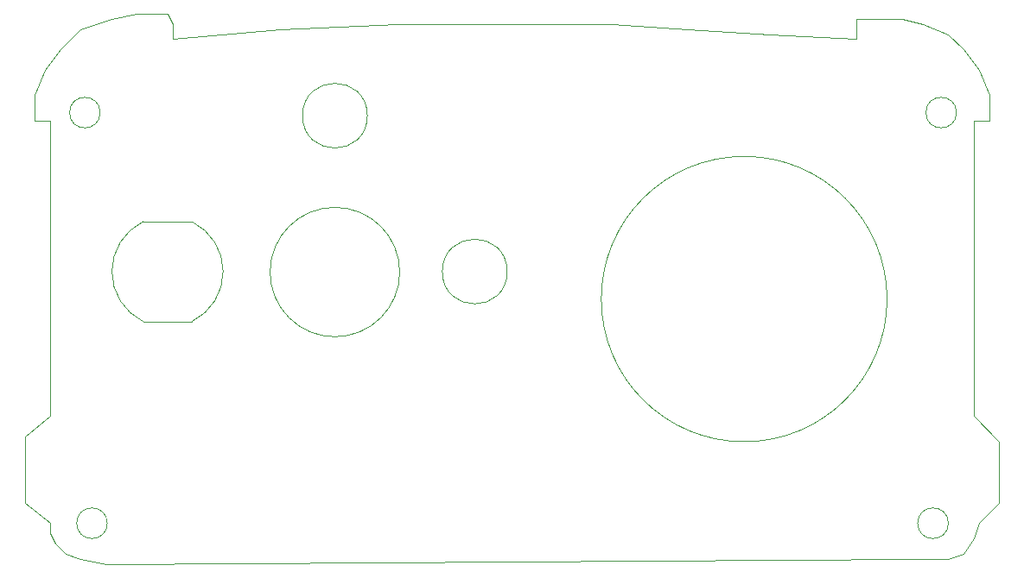
<source format=gm1>
%TF.GenerationSoftware,KiCad,Pcbnew,9.0.6*%
%TF.CreationDate,2025-12-09T13:46:12+01:00*%
%TF.ProjectId,front,66726f6e-742e-46b6-9963-61645f706362,rev?*%
%TF.SameCoordinates,Original*%
%TF.FileFunction,Profile,NP*%
%FSLAX46Y46*%
G04 Gerber Fmt 4.6, Leading zero omitted, Abs format (unit mm)*
G04 Created by KiCad (PCBNEW 9.0.6) date 2025-12-09 13:46:12*
%MOMM*%
%LPD*%
G01*
G04 APERTURE LIST*
%TA.AperFunction,Profile*%
%ADD10C,0.050000*%
%TD*%
%TA.AperFunction,Profile*%
%ADD11C,0.100000*%
%TD*%
G04 APERTURE END LIST*
D10*
X286600000Y-24500000D02*
X288100000Y-24500000D01*
X193600000Y-62000000D02*
X196100000Y-64000000D01*
X196100000Y-24500000D02*
X196100000Y-26500000D01*
X279600000Y-14500000D02*
X275100000Y-14500000D01*
X218600000Y-15500000D02*
X208100000Y-16500000D01*
X201600000Y-68000000D02*
X281100000Y-67500000D01*
X287100000Y-19500000D02*
X285600000Y-17500000D01*
D11*
X284900000Y-23700000D02*
G75*
G02*
X281900000Y-23700000I-1500000J0D01*
G01*
X281900000Y-23700000D02*
G75*
G02*
X284900000Y-23700000I1500000J0D01*
G01*
D10*
X195600000Y-19500000D02*
X194600000Y-22000000D01*
X205202722Y-44194442D02*
G75*
G02*
X205214104Y-34400000I2397278J4894442D01*
G01*
X196100000Y-65000000D02*
X196600000Y-66000000D01*
X289100000Y-62000000D02*
X289100000Y-56000000D01*
X197600000Y-67000000D02*
X199100000Y-67500000D01*
X230100000Y-15000000D02*
X218600000Y-15500000D01*
X196100000Y-64000000D02*
X196100000Y-65000000D01*
X196100000Y-26500000D02*
X196100000Y-53500000D01*
X286600000Y-65500000D02*
X287100000Y-64000000D01*
X197100000Y-17500000D02*
X195600000Y-19500000D01*
X208100000Y-16500000D02*
X208100000Y-15000000D01*
X194600000Y-24500000D02*
X196100000Y-24500000D01*
X205202723Y-44194442D02*
X209985896Y-44200000D01*
X288100000Y-24500000D02*
X288100000Y-22000000D01*
D11*
X201000000Y-23700000D02*
G75*
G02*
X198000000Y-23700000I-1500000J0D01*
G01*
X198000000Y-23700000D02*
G75*
G02*
X201000000Y-23700000I1500000J0D01*
G01*
D10*
X199100000Y-67500000D02*
X201600000Y-68000000D01*
X275100000Y-14500000D02*
X275100000Y-16500000D01*
X244600000Y-15000000D02*
X238600000Y-15000000D01*
X207600000Y-14000000D02*
X204600000Y-14000000D01*
X196600000Y-66000000D02*
X197600000Y-67000000D01*
X193600000Y-55500000D02*
X193600000Y-62000000D01*
X194600000Y-22000000D02*
X194600000Y-23500000D01*
X205214107Y-34400000D02*
X209985893Y-34400000D01*
X289100000Y-56000000D02*
X286600000Y-53500000D01*
D11*
X201700000Y-64000000D02*
G75*
G02*
X198700000Y-64000000I-1500000J0D01*
G01*
X198700000Y-64000000D02*
G75*
G02*
X201700000Y-64000000I1500000J0D01*
G01*
D10*
X209985896Y-34400000D02*
G75*
G02*
X209985896Y-44200000I-2385896J-4900000D01*
G01*
X281600000Y-15000000D02*
X279600000Y-14500000D01*
X266600000Y-16000000D02*
X258600000Y-15500000D01*
X288100000Y-22000000D02*
X287100000Y-19500000D01*
D11*
X284100000Y-64000000D02*
G75*
G02*
X281100000Y-64000000I-1500000J0D01*
G01*
X281100000Y-64000000D02*
G75*
G02*
X284100000Y-64000000I1500000J0D01*
G01*
D10*
X251100000Y-15000000D02*
X244600000Y-15000000D01*
X208100000Y-15000000D02*
X207600000Y-14000000D01*
X196100000Y-53500000D02*
X193600000Y-55500000D01*
X275100000Y-16500000D02*
X266600000Y-16000000D01*
X285600000Y-67000000D02*
X286600000Y-65500000D01*
X285600000Y-17500000D02*
X284100000Y-16000000D01*
X258600000Y-15500000D02*
X251100000Y-15000000D01*
X284100000Y-67500000D02*
X285600000Y-67000000D01*
D11*
X278100000Y-42000000D02*
G75*
G02*
X250100000Y-42000000I-14000000J0D01*
G01*
X250100000Y-42000000D02*
G75*
G02*
X278100000Y-42000000I14000000J0D01*
G01*
X240875000Y-39300000D02*
G75*
G02*
X234525000Y-39300000I-3175000J0D01*
G01*
X234525000Y-39300000D02*
G75*
G02*
X240875000Y-39300000I3175000J0D01*
G01*
D10*
X287100000Y-64000000D02*
X289100000Y-62000000D01*
X286600000Y-53500000D02*
X286600000Y-24500000D01*
X202100000Y-14500000D02*
X199100000Y-15500000D01*
X230350000Y-39350000D02*
G75*
G02*
X217650000Y-39350000I-6350000J0D01*
G01*
X217650000Y-39350000D02*
G75*
G02*
X230350000Y-39350000I6350000J0D01*
G01*
X281100000Y-67500000D02*
X284100000Y-67500000D01*
X238600000Y-15000000D02*
X230100000Y-15000000D01*
X204600000Y-14000000D02*
X202100000Y-14500000D01*
X199100000Y-15500000D02*
X197100000Y-17500000D01*
D11*
X227175000Y-24000000D02*
G75*
G02*
X220825000Y-24000000I-3175000J0D01*
G01*
X220825000Y-24000000D02*
G75*
G02*
X227175000Y-24000000I3175000J0D01*
G01*
D10*
X194600000Y-23500000D02*
X194600000Y-24500000D01*
X284100000Y-16000000D02*
X281600000Y-15000000D01*
M02*

</source>
